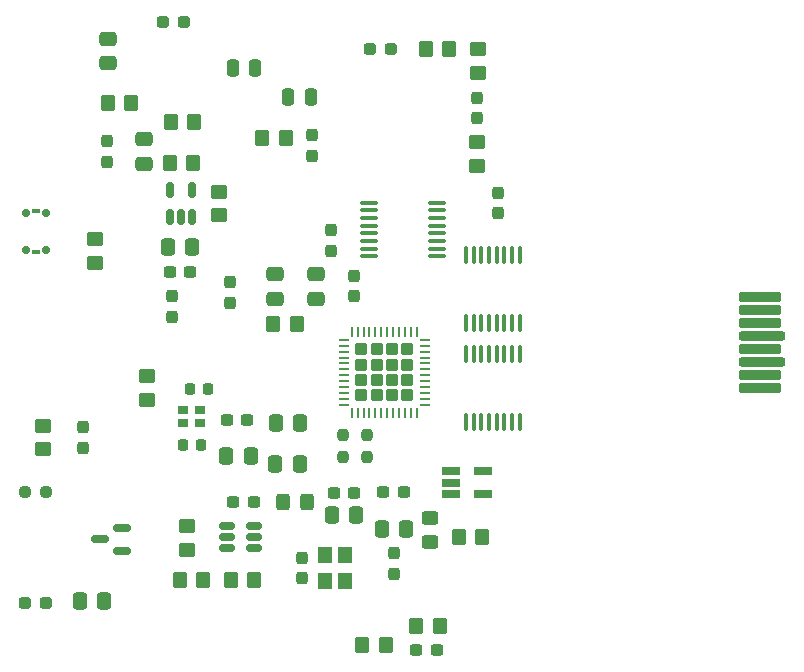
<source format=gbr>
%TF.GenerationSoftware,KiCad,Pcbnew,7.0.5*%
%TF.CreationDate,2023-08-14T22:02:20+09:00*%
%TF.ProjectId,sdcdmuxemmc,73646364-6d75-4786-956d-6d632e6b6963,rev?*%
%TF.SameCoordinates,Original*%
%TF.FileFunction,Paste,Top*%
%TF.FilePolarity,Positive*%
%FSLAX46Y46*%
G04 Gerber Fmt 4.6, Leading zero omitted, Abs format (unit mm)*
G04 Created by KiCad (PCBNEW 7.0.5) date 2023-08-14 22:02:20*
%MOMM*%
%LPD*%
G01*
G04 APERTURE LIST*
G04 Aperture macros list*
%AMRoundRect*
0 Rectangle with rounded corners*
0 $1 Rounding radius*
0 $2 $3 $4 $5 $6 $7 $8 $9 X,Y pos of 4 corners*
0 Add a 4 corners polygon primitive as box body*
4,1,4,$2,$3,$4,$5,$6,$7,$8,$9,$2,$3,0*
0 Add four circle primitives for the rounded corners*
1,1,$1+$1,$2,$3*
1,1,$1+$1,$4,$5*
1,1,$1+$1,$6,$7*
1,1,$1+$1,$8,$9*
0 Add four rect primitives between the rounded corners*
20,1,$1+$1,$2,$3,$4,$5,0*
20,1,$1+$1,$4,$5,$6,$7,0*
20,1,$1+$1,$6,$7,$8,$9,0*
20,1,$1+$1,$8,$9,$2,$3,0*%
G04 Aperture macros list end*
%ADD10RoundRect,0.150000X0.150000X-0.512500X0.150000X0.512500X-0.150000X0.512500X-0.150000X-0.512500X0*%
%ADD11RoundRect,0.237500X0.237500X-0.300000X0.237500X0.300000X-0.237500X0.300000X-0.237500X-0.300000X0*%
%ADD12RoundRect,0.250000X-0.350000X-0.450000X0.350000X-0.450000X0.350000X0.450000X-0.350000X0.450000X0*%
%ADD13RoundRect,0.237500X-0.300000X-0.237500X0.300000X-0.237500X0.300000X0.237500X-0.300000X0.237500X0*%
%ADD14RoundRect,0.200000X-1.600000X0.200000X-1.600000X-0.200000X1.600000X-0.200000X1.600000X0.200000X0*%
%ADD15RoundRect,0.200000X-1.750000X0.200000X-1.750000X-0.200000X1.750000X-0.200000X1.750000X0.200000X0*%
%ADD16RoundRect,0.237500X-0.237500X0.300000X-0.237500X-0.300000X0.237500X-0.300000X0.237500X0.300000X0*%
%ADD17RoundRect,0.250000X0.337500X0.475000X-0.337500X0.475000X-0.337500X-0.475000X0.337500X-0.475000X0*%
%ADD18RoundRect,0.100000X-0.100000X0.637500X-0.100000X-0.637500X0.100000X-0.637500X0.100000X0.637500X0*%
%ADD19RoundRect,0.250000X0.270000X-0.270000X0.270000X0.270000X-0.270000X0.270000X-0.270000X-0.270000X0*%
%ADD20RoundRect,0.062500X0.062500X-0.375000X0.062500X0.375000X-0.062500X0.375000X-0.062500X-0.375000X0*%
%ADD21RoundRect,0.062500X0.375000X-0.062500X0.375000X0.062500X-0.375000X0.062500X-0.375000X-0.062500X0*%
%ADD22RoundRect,0.250000X0.450000X-0.350000X0.450000X0.350000X-0.450000X0.350000X-0.450000X-0.350000X0*%
%ADD23RoundRect,0.250000X0.350000X0.450000X-0.350000X0.450000X-0.350000X-0.450000X0.350000X-0.450000X0*%
%ADD24R,0.900000X0.800000*%
%ADD25RoundRect,0.150000X-0.512500X-0.150000X0.512500X-0.150000X0.512500X0.150000X-0.512500X0.150000X0*%
%ADD26RoundRect,0.250000X-0.450000X0.350000X-0.450000X-0.350000X0.450000X-0.350000X0.450000X0.350000X0*%
%ADD27RoundRect,0.237500X0.237500X-0.287500X0.237500X0.287500X-0.237500X0.287500X-0.237500X-0.287500X0*%
%ADD28RoundRect,0.237500X-0.287500X-0.237500X0.287500X-0.237500X0.287500X0.237500X-0.287500X0.237500X0*%
%ADD29R,1.200000X1.400000*%
%ADD30RoundRect,0.225000X0.225000X0.250000X-0.225000X0.250000X-0.225000X-0.250000X0.225000X-0.250000X0*%
%ADD31RoundRect,0.250000X-0.325000X-0.450000X0.325000X-0.450000X0.325000X0.450000X-0.325000X0.450000X0*%
%ADD32RoundRect,0.250000X-0.337500X-0.475000X0.337500X-0.475000X0.337500X0.475000X-0.337500X0.475000X0*%
%ADD33RoundRect,0.250000X0.450000X-0.325000X0.450000X0.325000X-0.450000X0.325000X-0.450000X-0.325000X0*%
%ADD34RoundRect,0.237500X0.287500X0.237500X-0.287500X0.237500X-0.287500X-0.237500X0.287500X-0.237500X0*%
%ADD35RoundRect,0.100000X0.637500X0.100000X-0.637500X0.100000X-0.637500X-0.100000X0.637500X-0.100000X0*%
%ADD36RoundRect,0.250000X0.250000X0.475000X-0.250000X0.475000X-0.250000X-0.475000X0.250000X-0.475000X0*%
%ADD37RoundRect,0.250000X0.475000X-0.337500X0.475000X0.337500X-0.475000X0.337500X-0.475000X-0.337500X0*%
%ADD38RoundRect,0.237500X0.300000X0.237500X-0.300000X0.237500X-0.300000X-0.237500X0.300000X-0.237500X0*%
%ADD39RoundRect,0.237500X-0.237500X0.250000X-0.237500X-0.250000X0.237500X-0.250000X0.237500X0.250000X0*%
%ADD40RoundRect,0.237500X-0.237500X0.287500X-0.237500X-0.287500X0.237500X-0.287500X0.237500X0.287500X0*%
%ADD41RoundRect,0.237500X0.250000X0.237500X-0.250000X0.237500X-0.250000X-0.237500X0.250000X-0.237500X0*%
%ADD42RoundRect,0.150000X0.587500X0.150000X-0.587500X0.150000X-0.587500X-0.150000X0.587500X-0.150000X0*%
%ADD43RoundRect,0.225000X-0.225000X-0.250000X0.225000X-0.250000X0.225000X0.250000X-0.225000X0.250000X0*%
%ADD44RoundRect,0.150000X-0.150000X0.175000X-0.150000X-0.175000X0.150000X-0.175000X0.150000X0.175000X0*%
%ADD45RoundRect,0.087500X-0.262500X0.087500X-0.262500X-0.087500X0.262500X-0.087500X0.262500X0.087500X0*%
%ADD46R,1.560000X0.650000*%
G04 APERTURE END LIST*
D10*
%TO.C,U301*%
X175350000Y-86837500D03*
X176300000Y-86837500D03*
X177250000Y-86837500D03*
X177250000Y-84562500D03*
X175350000Y-84562500D03*
%TD*%
D11*
%TO.C,C408*%
X190937500Y-93555000D03*
X190937500Y-91830000D03*
%TD*%
D12*
%TO.C,R309*%
X175410000Y-78770000D03*
X177410000Y-78770000D03*
%TD*%
D13*
%TO.C,C509*%
X196217500Y-123540000D03*
X197942500Y-123540000D03*
%TD*%
D14*
%TO.C,J102*%
X225320000Y-93625000D03*
X225320000Y-94725000D03*
X225320000Y-95825000D03*
D15*
X225470000Y-96925000D03*
D14*
X225320000Y-98025000D03*
D15*
X225470000Y-99125000D03*
D14*
X225320000Y-100225000D03*
X225320000Y-101325000D03*
%TD*%
D16*
%TO.C,C101*%
X168000000Y-104637500D03*
X168000000Y-106362500D03*
%TD*%
D13*
%TO.C,C511*%
X189237500Y-110180000D03*
X190962500Y-110180000D03*
%TD*%
D17*
%TO.C,C411*%
X186377500Y-104320000D03*
X184302500Y-104320000D03*
%TD*%
D12*
%TO.C,R509*%
X196180000Y-121500000D03*
X198180000Y-121500000D03*
%TD*%
D18*
%TO.C,U602*%
X204967000Y-98483500D03*
X204317000Y-98483500D03*
X203667000Y-98483500D03*
X203017000Y-98483500D03*
X202367000Y-98483500D03*
X201717000Y-98483500D03*
X201067000Y-98483500D03*
X200417000Y-98483500D03*
X200417000Y-104208500D03*
X201067000Y-104208500D03*
X201717000Y-104208500D03*
X202367000Y-104208500D03*
X203017000Y-104208500D03*
X203667000Y-104208500D03*
X204317000Y-104208500D03*
X204967000Y-104208500D03*
%TD*%
D11*
%TO.C,C606*%
X201350000Y-78492500D03*
X201350000Y-76767500D03*
%TD*%
D19*
%TO.C,U402*%
X191565000Y-101935000D03*
X192855000Y-101935000D03*
X194145000Y-101935000D03*
X195435000Y-101935000D03*
X191565000Y-100645000D03*
X192855000Y-100645000D03*
X194145000Y-100645000D03*
X195435000Y-100645000D03*
X191565000Y-99355000D03*
X192855000Y-99355000D03*
X194145000Y-99355000D03*
X195435000Y-99355000D03*
X191565000Y-98065000D03*
X192855000Y-98065000D03*
X194145000Y-98065000D03*
X195435000Y-98065000D03*
D20*
X190750000Y-103437500D03*
X191250000Y-103437500D03*
X191750000Y-103437500D03*
X192250000Y-103437500D03*
X192750000Y-103437500D03*
X193250000Y-103437500D03*
X193750000Y-103437500D03*
X194250000Y-103437500D03*
X194750000Y-103437500D03*
X195250000Y-103437500D03*
X195750000Y-103437500D03*
X196250000Y-103437500D03*
D21*
X196937500Y-102750000D03*
X196937500Y-102250000D03*
X196937500Y-101750000D03*
X196937500Y-101250000D03*
X196937500Y-100750000D03*
X196937500Y-100250000D03*
X196937500Y-99750000D03*
X196937500Y-99250000D03*
X196937500Y-98750000D03*
X196937500Y-98250000D03*
X196937500Y-97750000D03*
X196937500Y-97250000D03*
D20*
X196250000Y-96562500D03*
X195750000Y-96562500D03*
X195250000Y-96562500D03*
X194750000Y-96562500D03*
X194250000Y-96562500D03*
X193750000Y-96562500D03*
X193250000Y-96562500D03*
X192750000Y-96562500D03*
X192250000Y-96562500D03*
X191750000Y-96562500D03*
X191250000Y-96562500D03*
X190750000Y-96562500D03*
D21*
X190062500Y-97250000D03*
X190062500Y-97750000D03*
X190062500Y-98250000D03*
X190062500Y-98750000D03*
X190062500Y-99250000D03*
X190062500Y-99750000D03*
X190062500Y-100250000D03*
X190062500Y-100750000D03*
X190062500Y-101250000D03*
X190062500Y-101750000D03*
X190062500Y-102250000D03*
X190062500Y-102750000D03*
%TD*%
D22*
%TO.C,R102*%
X169000000Y-90700000D03*
X169000000Y-88700000D03*
%TD*%
D23*
%TO.C,R405*%
X185150000Y-80160000D03*
X183150000Y-80160000D03*
%TD*%
D24*
%TO.C,Y401*%
X177860000Y-103190000D03*
X176460000Y-103190000D03*
X176460000Y-104290000D03*
X177860000Y-104290000D03*
%TD*%
D25*
%TO.C,U501*%
X180212500Y-113000000D03*
X180212500Y-113950000D03*
X180212500Y-114900000D03*
X182487500Y-114900000D03*
X182487500Y-113950000D03*
X182487500Y-113000000D03*
%TD*%
D26*
%TO.C,R306*%
X179500000Y-84700000D03*
X179500000Y-86700000D03*
%TD*%
D23*
%TO.C,R307*%
X199000000Y-72600000D03*
X197000000Y-72600000D03*
%TD*%
D26*
%TO.C,R602*%
X201350000Y-80490000D03*
X201350000Y-82490000D03*
%TD*%
D27*
%TO.C,FB301*%
X175500000Y-95275000D03*
X175500000Y-93525000D03*
%TD*%
D28*
%TO.C,D201*%
X163125000Y-119500000D03*
X164875000Y-119500000D03*
%TD*%
D29*
%TO.C,Y501*%
X188460000Y-115490000D03*
X188460000Y-117690000D03*
X190160000Y-117690000D03*
X190160000Y-115490000D03*
%TD*%
D12*
%TO.C,R305*%
X175340000Y-82310000D03*
X177340000Y-82310000D03*
%TD*%
D27*
%TO.C,D501*%
X203130000Y-86535000D03*
X203130000Y-84785000D03*
%TD*%
D28*
%TO.C,D301*%
X192325000Y-72600000D03*
X194075000Y-72600000D03*
%TD*%
D30*
%TO.C,C403*%
X177985000Y-106160000D03*
X176435000Y-106160000D03*
%TD*%
D31*
%TO.C,FB501*%
X184915000Y-110990000D03*
X186965000Y-110990000D03*
%TD*%
D23*
%TO.C,R601*%
X193620000Y-123100000D03*
X191620000Y-123100000D03*
%TD*%
D32*
%TO.C,C201*%
X167702500Y-119390000D03*
X169777500Y-119390000D03*
%TD*%
D33*
%TO.C,FB502*%
X197410000Y-114345000D03*
X197410000Y-112295000D03*
%TD*%
D34*
%TO.C,D302*%
X176505000Y-70310000D03*
X174755000Y-70310000D03*
%TD*%
D23*
%TO.C,R404*%
X201800000Y-113910000D03*
X199800000Y-113910000D03*
%TD*%
D32*
%TO.C,C304*%
X175162500Y-89400000D03*
X177237500Y-89400000D03*
%TD*%
D16*
%TO.C,C504*%
X186510000Y-115717500D03*
X186510000Y-117442500D03*
%TD*%
D12*
%TO.C,R507*%
X180500000Y-117590000D03*
X182500000Y-117590000D03*
%TD*%
D35*
%TO.C,U603*%
X197962500Y-90175000D03*
X197962500Y-89525000D03*
X197962500Y-88875000D03*
X197962500Y-88225000D03*
X197962500Y-87575000D03*
X197962500Y-86925000D03*
X197962500Y-86275000D03*
X197962500Y-85625000D03*
X192237500Y-85625000D03*
X192237500Y-86275000D03*
X192237500Y-86925000D03*
X192237500Y-87575000D03*
X192237500Y-88225000D03*
X192237500Y-88875000D03*
X192237500Y-89525000D03*
X192237500Y-90175000D03*
%TD*%
D36*
%TO.C,C605*%
X182590000Y-74230000D03*
X180690000Y-74230000D03*
%TD*%
D26*
%TO.C,R508*%
X201460000Y-72620000D03*
X201460000Y-74620000D03*
%TD*%
D18*
%TO.C,U601*%
X204967000Y-90101500D03*
X204317000Y-90101500D03*
X203667000Y-90101500D03*
X203017000Y-90101500D03*
X202367000Y-90101500D03*
X201717000Y-90101500D03*
X201067000Y-90101500D03*
X200417000Y-90101500D03*
X200417000Y-95826500D03*
X201067000Y-95826500D03*
X201717000Y-95826500D03*
X202367000Y-95826500D03*
X203017000Y-95826500D03*
X203667000Y-95826500D03*
X204317000Y-95826500D03*
X204967000Y-95826500D03*
%TD*%
D37*
%TO.C,C202*%
X170100000Y-73837500D03*
X170100000Y-71762500D03*
%TD*%
%TO.C,C308*%
X173200000Y-82337500D03*
X173200000Y-80262500D03*
%TD*%
D38*
%TO.C,C406*%
X181912500Y-104040000D03*
X180187500Y-104040000D03*
%TD*%
D23*
%TO.C,R506*%
X178170000Y-117560000D03*
X176170000Y-117560000D03*
%TD*%
D32*
%TO.C,C515*%
X193302500Y-113290000D03*
X195377500Y-113290000D03*
%TD*%
D26*
%TO.C,R101*%
X164600000Y-104500000D03*
X164600000Y-106500000D03*
%TD*%
D11*
%TO.C,C309*%
X180410000Y-94112500D03*
X180410000Y-92387500D03*
%TD*%
D39*
%TO.C,R504*%
X190000000Y-105337500D03*
X190000000Y-107162500D03*
%TD*%
D22*
%TO.C,R502*%
X176790000Y-115010000D03*
X176790000Y-113010000D03*
%TD*%
D40*
%TO.C,D401*%
X187400000Y-79935000D03*
X187400000Y-81685000D03*
%TD*%
D11*
%TO.C,C307*%
X170000000Y-82162500D03*
X170000000Y-80437500D03*
%TD*%
D37*
%TO.C,C410*%
X187707500Y-93770000D03*
X187707500Y-91695000D03*
%TD*%
D11*
%TO.C,C505*%
X194290000Y-117042500D03*
X194290000Y-115317500D03*
%TD*%
D37*
%TO.C,C412*%
X184237500Y-93790000D03*
X184237500Y-91715000D03*
%TD*%
D41*
%TO.C,R203*%
X164902500Y-110120000D03*
X163077500Y-110120000D03*
%TD*%
D42*
%TO.C,Q201*%
X171327500Y-115090000D03*
X171327500Y-113190000D03*
X169452500Y-114140000D03*
%TD*%
D22*
%TO.C,R401*%
X173440000Y-102310000D03*
X173440000Y-100310000D03*
%TD*%
D11*
%TO.C,C601*%
X189000000Y-89712500D03*
X189000000Y-87987500D03*
%TD*%
D43*
%TO.C,C404*%
X177065000Y-101450000D03*
X178615000Y-101450000D03*
%TD*%
D44*
%TO.C,SW301*%
X164850000Y-86525000D03*
X164850000Y-89675000D03*
X163150000Y-86525000D03*
X163150000Y-89675000D03*
D45*
X164000000Y-86375000D03*
X164000000Y-89825000D03*
%TD*%
D39*
%TO.C,R505*%
X192000000Y-105337500D03*
X192000000Y-107162500D03*
%TD*%
D32*
%TO.C,C514*%
X189052500Y-112100000D03*
X191127500Y-112100000D03*
%TD*%
D13*
%TO.C,C512*%
X193407500Y-110170000D03*
X195132500Y-110170000D03*
%TD*%
%TO.C,C302*%
X175337500Y-91500000D03*
X177062500Y-91500000D03*
%TD*%
D17*
%TO.C,C402*%
X182217500Y-107110000D03*
X180142500Y-107110000D03*
%TD*%
D23*
%TO.C,R308*%
X186100000Y-95900000D03*
X184100000Y-95900000D03*
%TD*%
D17*
%TO.C,C409*%
X186347500Y-107760000D03*
X184272500Y-107760000D03*
%TD*%
D38*
%TO.C,C502*%
X182442500Y-110970000D03*
X180717500Y-110970000D03*
%TD*%
D12*
%TO.C,R204*%
X170100000Y-77200000D03*
X172100000Y-77200000D03*
%TD*%
D36*
%TO.C,C604*%
X187270000Y-76690000D03*
X185370000Y-76690000D03*
%TD*%
D46*
%TO.C,U401*%
X199130000Y-108380000D03*
X199130000Y-109330000D03*
X199130000Y-110280000D03*
X201830000Y-110280000D03*
X201830000Y-108380000D03*
%TD*%
M02*

</source>
